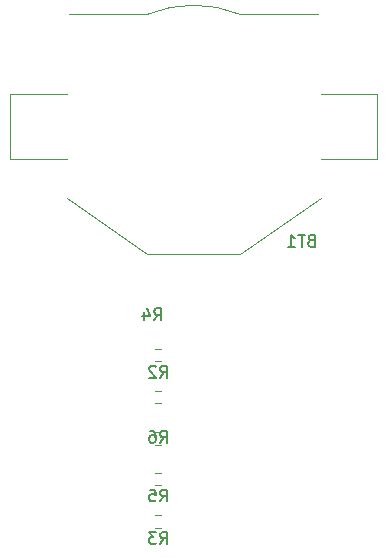
<source format=gbr>
%TF.GenerationSoftware,KiCad,Pcbnew,8.0.0*%
%TF.CreationDate,2024-02-28T17:19:02+01:00*%
%TF.ProjectId,carte-test-cable-usb,63617274-652d-4746-9573-742d6361626c,rev?*%
%TF.SameCoordinates,Original*%
%TF.FileFunction,Legend,Bot*%
%TF.FilePolarity,Positive*%
%FSLAX46Y46*%
G04 Gerber Fmt 4.6, Leading zero omitted, Abs format (unit mm)*
G04 Created by KiCad (PCBNEW 8.0.0) date 2024-02-28 17:19:02*
%MOMM*%
%LPD*%
G01*
G04 APERTURE LIST*
%ADD10C,0.150000*%
%ADD11C,0.120000*%
G04 APERTURE END LIST*
D10*
X140674166Y-104794819D02*
X141007499Y-104318628D01*
X141245594Y-104794819D02*
X141245594Y-103794819D01*
X141245594Y-103794819D02*
X140864642Y-103794819D01*
X140864642Y-103794819D02*
X140769404Y-103842438D01*
X140769404Y-103842438D02*
X140721785Y-103890057D01*
X140721785Y-103890057D02*
X140674166Y-103985295D01*
X140674166Y-103985295D02*
X140674166Y-104128152D01*
X140674166Y-104128152D02*
X140721785Y-104223390D01*
X140721785Y-104223390D02*
X140769404Y-104271009D01*
X140769404Y-104271009D02*
X140864642Y-104318628D01*
X140864642Y-104318628D02*
X141245594Y-104318628D01*
X139817023Y-103794819D02*
X140007499Y-103794819D01*
X140007499Y-103794819D02*
X140102737Y-103842438D01*
X140102737Y-103842438D02*
X140150356Y-103890057D01*
X140150356Y-103890057D02*
X140245594Y-104032914D01*
X140245594Y-104032914D02*
X140293213Y-104223390D01*
X140293213Y-104223390D02*
X140293213Y-104604342D01*
X140293213Y-104604342D02*
X140245594Y-104699580D01*
X140245594Y-104699580D02*
X140197975Y-104747200D01*
X140197975Y-104747200D02*
X140102737Y-104794819D01*
X140102737Y-104794819D02*
X139912261Y-104794819D01*
X139912261Y-104794819D02*
X139817023Y-104747200D01*
X139817023Y-104747200D02*
X139769404Y-104699580D01*
X139769404Y-104699580D02*
X139721785Y-104604342D01*
X139721785Y-104604342D02*
X139721785Y-104366247D01*
X139721785Y-104366247D02*
X139769404Y-104271009D01*
X139769404Y-104271009D02*
X139817023Y-104223390D01*
X139817023Y-104223390D02*
X139912261Y-104175771D01*
X139912261Y-104175771D02*
X140102737Y-104175771D01*
X140102737Y-104175771D02*
X140197975Y-104223390D01*
X140197975Y-104223390D02*
X140245594Y-104271009D01*
X140245594Y-104271009D02*
X140293213Y-104366247D01*
X140674166Y-109764819D02*
X141007499Y-109288628D01*
X141245594Y-109764819D02*
X141245594Y-108764819D01*
X141245594Y-108764819D02*
X140864642Y-108764819D01*
X140864642Y-108764819D02*
X140769404Y-108812438D01*
X140769404Y-108812438D02*
X140721785Y-108860057D01*
X140721785Y-108860057D02*
X140674166Y-108955295D01*
X140674166Y-108955295D02*
X140674166Y-109098152D01*
X140674166Y-109098152D02*
X140721785Y-109193390D01*
X140721785Y-109193390D02*
X140769404Y-109241009D01*
X140769404Y-109241009D02*
X140864642Y-109288628D01*
X140864642Y-109288628D02*
X141245594Y-109288628D01*
X139769404Y-108764819D02*
X140245594Y-108764819D01*
X140245594Y-108764819D02*
X140293213Y-109241009D01*
X140293213Y-109241009D02*
X140245594Y-109193390D01*
X140245594Y-109193390D02*
X140150356Y-109145771D01*
X140150356Y-109145771D02*
X139912261Y-109145771D01*
X139912261Y-109145771D02*
X139817023Y-109193390D01*
X139817023Y-109193390D02*
X139769404Y-109241009D01*
X139769404Y-109241009D02*
X139721785Y-109336247D01*
X139721785Y-109336247D02*
X139721785Y-109574342D01*
X139721785Y-109574342D02*
X139769404Y-109669580D01*
X139769404Y-109669580D02*
X139817023Y-109717200D01*
X139817023Y-109717200D02*
X139912261Y-109764819D01*
X139912261Y-109764819D02*
X140150356Y-109764819D01*
X140150356Y-109764819D02*
X140245594Y-109717200D01*
X140245594Y-109717200D02*
X140293213Y-109669580D01*
X140164166Y-94424819D02*
X140497499Y-93948628D01*
X140735594Y-94424819D02*
X140735594Y-93424819D01*
X140735594Y-93424819D02*
X140354642Y-93424819D01*
X140354642Y-93424819D02*
X140259404Y-93472438D01*
X140259404Y-93472438D02*
X140211785Y-93520057D01*
X140211785Y-93520057D02*
X140164166Y-93615295D01*
X140164166Y-93615295D02*
X140164166Y-93758152D01*
X140164166Y-93758152D02*
X140211785Y-93853390D01*
X140211785Y-93853390D02*
X140259404Y-93901009D01*
X140259404Y-93901009D02*
X140354642Y-93948628D01*
X140354642Y-93948628D02*
X140735594Y-93948628D01*
X139307023Y-93758152D02*
X139307023Y-94424819D01*
X139545118Y-93377200D02*
X139783213Y-94091485D01*
X139783213Y-94091485D02*
X139164166Y-94091485D01*
X140684166Y-113354819D02*
X141017499Y-112878628D01*
X141255594Y-113354819D02*
X141255594Y-112354819D01*
X141255594Y-112354819D02*
X140874642Y-112354819D01*
X140874642Y-112354819D02*
X140779404Y-112402438D01*
X140779404Y-112402438D02*
X140731785Y-112450057D01*
X140731785Y-112450057D02*
X140684166Y-112545295D01*
X140684166Y-112545295D02*
X140684166Y-112688152D01*
X140684166Y-112688152D02*
X140731785Y-112783390D01*
X140731785Y-112783390D02*
X140779404Y-112831009D01*
X140779404Y-112831009D02*
X140874642Y-112878628D01*
X140874642Y-112878628D02*
X141255594Y-112878628D01*
X140350832Y-112354819D02*
X139731785Y-112354819D01*
X139731785Y-112354819D02*
X140065118Y-112735771D01*
X140065118Y-112735771D02*
X139922261Y-112735771D01*
X139922261Y-112735771D02*
X139827023Y-112783390D01*
X139827023Y-112783390D02*
X139779404Y-112831009D01*
X139779404Y-112831009D02*
X139731785Y-112926247D01*
X139731785Y-112926247D02*
X139731785Y-113164342D01*
X139731785Y-113164342D02*
X139779404Y-113259580D01*
X139779404Y-113259580D02*
X139827023Y-113307200D01*
X139827023Y-113307200D02*
X139922261Y-113354819D01*
X139922261Y-113354819D02*
X140207975Y-113354819D01*
X140207975Y-113354819D02*
X140303213Y-113307200D01*
X140303213Y-113307200D02*
X140350832Y-113259580D01*
X140674166Y-99274819D02*
X141007499Y-98798628D01*
X141245594Y-99274819D02*
X141245594Y-98274819D01*
X141245594Y-98274819D02*
X140864642Y-98274819D01*
X140864642Y-98274819D02*
X140769404Y-98322438D01*
X140769404Y-98322438D02*
X140721785Y-98370057D01*
X140721785Y-98370057D02*
X140674166Y-98465295D01*
X140674166Y-98465295D02*
X140674166Y-98608152D01*
X140674166Y-98608152D02*
X140721785Y-98703390D01*
X140721785Y-98703390D02*
X140769404Y-98751009D01*
X140769404Y-98751009D02*
X140864642Y-98798628D01*
X140864642Y-98798628D02*
X141245594Y-98798628D01*
X140293213Y-98370057D02*
X140245594Y-98322438D01*
X140245594Y-98322438D02*
X140150356Y-98274819D01*
X140150356Y-98274819D02*
X139912261Y-98274819D01*
X139912261Y-98274819D02*
X139817023Y-98322438D01*
X139817023Y-98322438D02*
X139769404Y-98370057D01*
X139769404Y-98370057D02*
X139721785Y-98465295D01*
X139721785Y-98465295D02*
X139721785Y-98560533D01*
X139721785Y-98560533D02*
X139769404Y-98703390D01*
X139769404Y-98703390D02*
X140340832Y-99274819D01*
X140340832Y-99274819D02*
X139721785Y-99274819D01*
X153448214Y-87671009D02*
X153305357Y-87718628D01*
X153305357Y-87718628D02*
X153257738Y-87766247D01*
X153257738Y-87766247D02*
X153210119Y-87861485D01*
X153210119Y-87861485D02*
X153210119Y-88004342D01*
X153210119Y-88004342D02*
X153257738Y-88099580D01*
X153257738Y-88099580D02*
X153305357Y-88147200D01*
X153305357Y-88147200D02*
X153400595Y-88194819D01*
X153400595Y-88194819D02*
X153781547Y-88194819D01*
X153781547Y-88194819D02*
X153781547Y-87194819D01*
X153781547Y-87194819D02*
X153448214Y-87194819D01*
X153448214Y-87194819D02*
X153352976Y-87242438D01*
X153352976Y-87242438D02*
X153305357Y-87290057D01*
X153305357Y-87290057D02*
X153257738Y-87385295D01*
X153257738Y-87385295D02*
X153257738Y-87480533D01*
X153257738Y-87480533D02*
X153305357Y-87575771D01*
X153305357Y-87575771D02*
X153352976Y-87623390D01*
X153352976Y-87623390D02*
X153448214Y-87671009D01*
X153448214Y-87671009D02*
X153781547Y-87671009D01*
X152924404Y-87194819D02*
X152352976Y-87194819D01*
X152638690Y-88194819D02*
X152638690Y-87194819D01*
X151495833Y-88194819D02*
X152067261Y-88194819D01*
X151781547Y-88194819D02*
X151781547Y-87194819D01*
X151781547Y-87194819D02*
X151876785Y-87337676D01*
X151876785Y-87337676D02*
X151972023Y-87432914D01*
X151972023Y-87432914D02*
X152067261Y-87480533D01*
D11*
%TO.C,R6*%
X140762224Y-100387500D02*
X140252776Y-100387500D01*
X140762224Y-101432500D02*
X140252776Y-101432500D01*
%TO.C,R5*%
X140762224Y-107357500D02*
X140252776Y-107357500D01*
X140762224Y-108402500D02*
X140252776Y-108402500D01*
%TO.C,R4*%
X140752224Y-103927500D02*
X140242776Y-103927500D01*
X140752224Y-104972500D02*
X140242776Y-104972500D01*
%TO.C,R3*%
X140772224Y-110947500D02*
X140262776Y-110947500D01*
X140772224Y-111992500D02*
X140262776Y-111992500D01*
%TO.C,R2*%
X140762224Y-96867500D02*
X140252776Y-96867500D01*
X140762224Y-97912500D02*
X140252776Y-97912500D01*
%TO.C,BT1*%
X159050000Y-80750000D02*
X159050000Y-75250000D01*
X154250000Y-80750000D02*
X159050000Y-80750000D01*
X147450000Y-88850000D02*
X154300000Y-84050000D01*
X159050000Y-75250000D02*
X154250000Y-75250000D01*
X147350000Y-68500000D02*
X154050000Y-68500000D01*
X139550000Y-88850000D02*
X147450000Y-88850000D01*
X132750000Y-84050000D02*
X139550000Y-88850000D01*
X139650000Y-68500000D02*
X132950000Y-68500000D01*
X127950000Y-80750000D02*
X132750000Y-80750000D01*
X132750000Y-75250000D02*
X127950000Y-75250000D01*
X127950000Y-75250000D02*
X127950000Y-80750000D01*
X139650000Y-68500001D02*
G75*
G02*
X147346385Y-68498537I3850000J-9499999D01*
G01*
%TD*%
M02*

</source>
